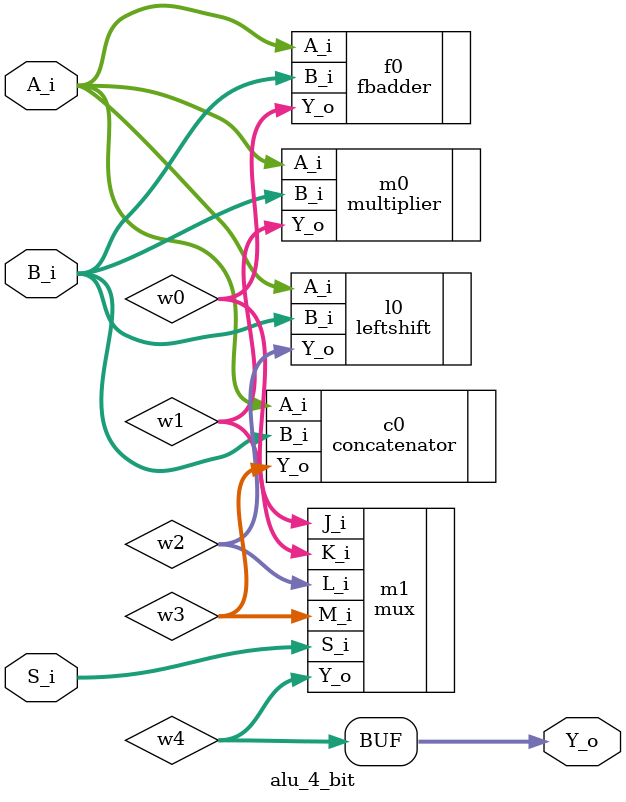
<source format=v>
`timescale 1ns / 1ps


module alu_4_bit(
    input [3:0]A_i,B_i,
    input [1:0]S_i,
    output [7:0]Y_o
    );
    wire [7:0]w0, w1, w2, w3, w4; 
    fbadder f0(.A_i(A_i),.B_i(B_i),.Y_o(w0));
    multiplier m0(.A_i(A_i),.B_i(B_i),.Y_o(w1));
    leftshift l0(.A_i(A_i),.B_i(B_i),.Y_o(w2));
    concatenator c0(.A_i(A_i),.B_i(B_i),.Y_o(w3));
    mux m1(.S_i(S_i),.J_i(w0),.K_i(w1),.L_i(w2),.M_i(w3),.Y_o(w4));
    assign Y_o = w4;
endmodule

</source>
